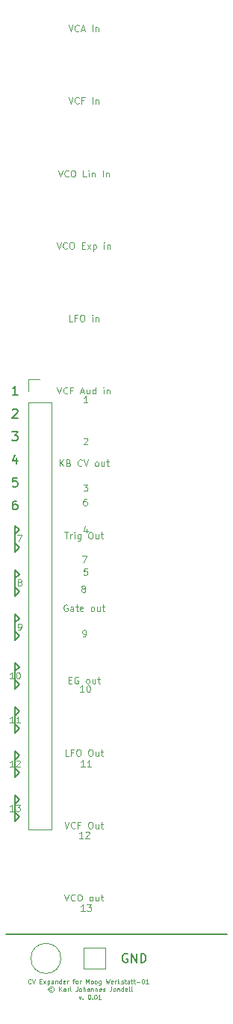
<source format=gbr>
%TF.GenerationSoftware,KiCad,Pcbnew,(5.1.6-0-10_14)*%
%TF.CreationDate,2020-09-16T10:10:36+02:00*%
%TF.ProjectId,cv_expander,63765f65-7870-4616-9e64-65722e6b6963,rev?*%
%TF.SameCoordinates,Original*%
%TF.FileFunction,Legend,Top*%
%TF.FilePolarity,Positive*%
%FSLAX46Y46*%
G04 Gerber Fmt 4.6, Leading zero omitted, Abs format (unit mm)*
G04 Created by KiCad (PCBNEW (5.1.6-0-10_14)) date 2020-09-16 10:10:36*
%MOMM*%
%LPD*%
G01*
G04 APERTURE LIST*
%ADD10C,0.150000*%
%ADD11C,0.125000*%
%ADD12C,0.120000*%
G04 APERTURE END LIST*
D10*
X132000000Y-144249991D02*
X157000000Y-144249991D01*
D11*
X140907142Y-141639285D02*
X140478571Y-141639285D01*
X140692857Y-141639285D02*
X140692857Y-140889285D01*
X140621428Y-140996428D01*
X140550000Y-141067857D01*
X140478571Y-141103571D01*
X141157142Y-140889285D02*
X141621428Y-140889285D01*
X141371428Y-141175000D01*
X141478571Y-141175000D01*
X141550000Y-141210714D01*
X141585714Y-141246428D01*
X141621428Y-141317857D01*
X141621428Y-141496428D01*
X141585714Y-141567857D01*
X141550000Y-141603571D01*
X141478571Y-141639285D01*
X141264285Y-141639285D01*
X141192857Y-141603571D01*
X141157142Y-141567857D01*
X140707142Y-133389285D02*
X140278571Y-133389285D01*
X140492857Y-133389285D02*
X140492857Y-132639285D01*
X140421428Y-132746428D01*
X140350000Y-132817857D01*
X140278571Y-132853571D01*
X140992857Y-132710714D02*
X141028571Y-132675000D01*
X141100000Y-132639285D01*
X141278571Y-132639285D01*
X141350000Y-132675000D01*
X141385714Y-132710714D01*
X141421428Y-132782142D01*
X141421428Y-132853571D01*
X141385714Y-132960714D01*
X140957142Y-133389285D01*
X141421428Y-133389285D01*
X140907142Y-125289285D02*
X140478571Y-125289285D01*
X140692857Y-125289285D02*
X140692857Y-124539285D01*
X140621428Y-124646428D01*
X140550000Y-124717857D01*
X140478571Y-124753571D01*
X141621428Y-125289285D02*
X141192857Y-125289285D01*
X141407142Y-125289285D02*
X141407142Y-124539285D01*
X141335714Y-124646428D01*
X141264285Y-124717857D01*
X141192857Y-124753571D01*
X140807142Y-116839285D02*
X140378571Y-116839285D01*
X140592857Y-116839285D02*
X140592857Y-116089285D01*
X140521428Y-116196428D01*
X140450000Y-116267857D01*
X140378571Y-116303571D01*
X141271428Y-116089285D02*
X141342857Y-116089285D01*
X141414285Y-116125000D01*
X141450000Y-116160714D01*
X141485714Y-116232142D01*
X141521428Y-116375000D01*
X141521428Y-116553571D01*
X141485714Y-116696428D01*
X141450000Y-116767857D01*
X141414285Y-116803571D01*
X141342857Y-116839285D01*
X141271428Y-116839285D01*
X141200000Y-116803571D01*
X141164285Y-116767857D01*
X141128571Y-116696428D01*
X141092857Y-116553571D01*
X141092857Y-116375000D01*
X141128571Y-116232142D01*
X141164285Y-116160714D01*
X141200000Y-116125000D01*
X141271428Y-116089285D01*
X140707142Y-110589285D02*
X140850000Y-110589285D01*
X140921428Y-110553571D01*
X140957142Y-110517857D01*
X141028571Y-110410714D01*
X141064285Y-110267857D01*
X141064285Y-109982142D01*
X141028571Y-109910714D01*
X140992857Y-109875000D01*
X140921428Y-109839285D01*
X140778571Y-109839285D01*
X140707142Y-109875000D01*
X140671428Y-109910714D01*
X140635714Y-109982142D01*
X140635714Y-110160714D01*
X140671428Y-110232142D01*
X140707142Y-110267857D01*
X140778571Y-110303571D01*
X140921428Y-110303571D01*
X140992857Y-110267857D01*
X141028571Y-110232142D01*
X141064285Y-110160714D01*
X140678571Y-105110714D02*
X140607142Y-105075000D01*
X140571428Y-105039285D01*
X140535714Y-104967857D01*
X140535714Y-104932142D01*
X140571428Y-104860714D01*
X140607142Y-104825000D01*
X140678571Y-104789285D01*
X140821428Y-104789285D01*
X140892857Y-104825000D01*
X140928571Y-104860714D01*
X140964285Y-104932142D01*
X140964285Y-104967857D01*
X140928571Y-105039285D01*
X140892857Y-105075000D01*
X140821428Y-105110714D01*
X140678571Y-105110714D01*
X140607142Y-105146428D01*
X140571428Y-105182142D01*
X140535714Y-105253571D01*
X140535714Y-105396428D01*
X140571428Y-105467857D01*
X140607142Y-105503571D01*
X140678571Y-105539285D01*
X140821428Y-105539285D01*
X140892857Y-105503571D01*
X140928571Y-105467857D01*
X140964285Y-105396428D01*
X140964285Y-105253571D01*
X140928571Y-105182142D01*
X140892857Y-105146428D01*
X140821428Y-105110714D01*
X140600000Y-101439285D02*
X141100000Y-101439285D01*
X140778571Y-102189285D01*
X141092857Y-94989285D02*
X140950000Y-94989285D01*
X140878571Y-95025000D01*
X140842857Y-95060714D01*
X140771428Y-95167857D01*
X140735714Y-95310714D01*
X140735714Y-95596428D01*
X140771428Y-95667857D01*
X140807142Y-95703571D01*
X140878571Y-95739285D01*
X141021428Y-95739285D01*
X141092857Y-95703571D01*
X141128571Y-95667857D01*
X141164285Y-95596428D01*
X141164285Y-95417857D01*
X141128571Y-95346428D01*
X141092857Y-95310714D01*
X141021428Y-95275000D01*
X140878571Y-95275000D01*
X140807142Y-95310714D01*
X140771428Y-95346428D01*
X140735714Y-95417857D01*
X141178571Y-102839285D02*
X140821428Y-102839285D01*
X140785714Y-103196428D01*
X140821428Y-103160714D01*
X140892857Y-103125000D01*
X141071428Y-103125000D01*
X141142857Y-103160714D01*
X141178571Y-103196428D01*
X141214285Y-103267857D01*
X141214285Y-103446428D01*
X141178571Y-103517857D01*
X141142857Y-103553571D01*
X141071428Y-103589285D01*
X140892857Y-103589285D01*
X140821428Y-103553571D01*
X140785714Y-103517857D01*
X141142857Y-98339285D02*
X141142857Y-98839285D01*
X140964285Y-98053571D02*
X140785714Y-98589285D01*
X141250000Y-98589285D01*
X140750000Y-93339285D02*
X141214285Y-93339285D01*
X140964285Y-93625000D01*
X141071428Y-93625000D01*
X141142857Y-93660714D01*
X141178571Y-93696428D01*
X141214285Y-93767857D01*
X141214285Y-93946428D01*
X141178571Y-94017857D01*
X141142857Y-94053571D01*
X141071428Y-94089285D01*
X140857142Y-94089285D01*
X140785714Y-94053571D01*
X140750000Y-94017857D01*
X140785714Y-88160714D02*
X140821428Y-88125000D01*
X140892857Y-88089285D01*
X141071428Y-88089285D01*
X141142857Y-88125000D01*
X141178571Y-88160714D01*
X141214285Y-88232142D01*
X141214285Y-88303571D01*
X141178571Y-88410714D01*
X140750000Y-88839285D01*
X141214285Y-88839285D01*
X141214285Y-84089285D02*
X140785714Y-84089285D01*
X141000000Y-84089285D02*
X141000000Y-83339285D01*
X140928571Y-83446428D01*
X140857142Y-83517857D01*
X140785714Y-83553571D01*
X132857142Y-130339285D02*
X132428571Y-130339285D01*
X132642857Y-130339285D02*
X132642857Y-129589285D01*
X132571428Y-129696428D01*
X132500000Y-129767857D01*
X132428571Y-129803571D01*
X133107142Y-129589285D02*
X133571428Y-129589285D01*
X133321428Y-129875000D01*
X133428571Y-129875000D01*
X133500000Y-129910714D01*
X133535714Y-129946428D01*
X133571428Y-130017857D01*
X133571428Y-130196428D01*
X133535714Y-130267857D01*
X133500000Y-130303571D01*
X133428571Y-130339285D01*
X133214285Y-130339285D01*
X133142857Y-130303571D01*
X133107142Y-130267857D01*
X132857142Y-125339285D02*
X132428571Y-125339285D01*
X132642857Y-125339285D02*
X132642857Y-124589285D01*
X132571428Y-124696428D01*
X132500000Y-124767857D01*
X132428571Y-124803571D01*
X133142857Y-124660714D02*
X133178571Y-124625000D01*
X133250000Y-124589285D01*
X133428571Y-124589285D01*
X133500000Y-124625000D01*
X133535714Y-124660714D01*
X133571428Y-124732142D01*
X133571428Y-124803571D01*
X133535714Y-124910714D01*
X133107142Y-125339285D01*
X133571428Y-125339285D01*
X132857142Y-120339285D02*
X132428571Y-120339285D01*
X132642857Y-120339285D02*
X132642857Y-119589285D01*
X132571428Y-119696428D01*
X132500000Y-119767857D01*
X132428571Y-119803571D01*
X133571428Y-120339285D02*
X133142857Y-120339285D01*
X133357142Y-120339285D02*
X133357142Y-119589285D01*
X133285714Y-119696428D01*
X133214285Y-119767857D01*
X133142857Y-119803571D01*
X132857142Y-115339285D02*
X132428571Y-115339285D01*
X132642857Y-115339285D02*
X132642857Y-114589285D01*
X132571428Y-114696428D01*
X132500000Y-114767857D01*
X132428571Y-114803571D01*
X133321428Y-114589285D02*
X133392857Y-114589285D01*
X133464285Y-114625000D01*
X133500000Y-114660714D01*
X133535714Y-114732142D01*
X133571428Y-114875000D01*
X133571428Y-115053571D01*
X133535714Y-115196428D01*
X133500000Y-115267857D01*
X133464285Y-115303571D01*
X133392857Y-115339285D01*
X133321428Y-115339285D01*
X133250000Y-115303571D01*
X133214285Y-115267857D01*
X133178571Y-115196428D01*
X133142857Y-115053571D01*
X133142857Y-114875000D01*
X133178571Y-114732142D01*
X133214285Y-114660714D01*
X133250000Y-114625000D01*
X133321428Y-114589285D01*
X133357142Y-109839285D02*
X133500000Y-109839285D01*
X133571428Y-109803571D01*
X133607142Y-109767857D01*
X133678571Y-109660714D01*
X133714285Y-109517857D01*
X133714285Y-109232142D01*
X133678571Y-109160714D01*
X133642857Y-109125000D01*
X133571428Y-109089285D01*
X133428571Y-109089285D01*
X133357142Y-109125000D01*
X133321428Y-109160714D01*
X133285714Y-109232142D01*
X133285714Y-109410714D01*
X133321428Y-109482142D01*
X133357142Y-109517857D01*
X133428571Y-109553571D01*
X133571428Y-109553571D01*
X133642857Y-109517857D01*
X133678571Y-109482142D01*
X133714285Y-109410714D01*
X133428571Y-104410714D02*
X133357142Y-104375000D01*
X133321428Y-104339285D01*
X133285714Y-104267857D01*
X133285714Y-104232142D01*
X133321428Y-104160714D01*
X133357142Y-104125000D01*
X133428571Y-104089285D01*
X133571428Y-104089285D01*
X133642857Y-104125000D01*
X133678571Y-104160714D01*
X133714285Y-104232142D01*
X133714285Y-104267857D01*
X133678571Y-104339285D01*
X133642857Y-104375000D01*
X133571428Y-104410714D01*
X133428571Y-104410714D01*
X133357142Y-104446428D01*
X133321428Y-104482142D01*
X133285714Y-104553571D01*
X133285714Y-104696428D01*
X133321428Y-104767857D01*
X133357142Y-104803571D01*
X133428571Y-104839285D01*
X133571428Y-104839285D01*
X133642857Y-104803571D01*
X133678571Y-104767857D01*
X133714285Y-104696428D01*
X133714285Y-104553571D01*
X133678571Y-104482142D01*
X133642857Y-104446428D01*
X133571428Y-104410714D01*
X133250000Y-99089285D02*
X133750000Y-99089285D01*
X133428571Y-99839285D01*
D10*
X133190476Y-95202380D02*
X133000000Y-95202380D01*
X132904761Y-95250000D01*
X132857142Y-95297619D01*
X132761904Y-95440476D01*
X132714285Y-95630952D01*
X132714285Y-96011904D01*
X132761904Y-96107142D01*
X132809523Y-96154761D01*
X132904761Y-96202380D01*
X133095238Y-96202380D01*
X133190476Y-96154761D01*
X133238095Y-96107142D01*
X133285714Y-96011904D01*
X133285714Y-95773809D01*
X133238095Y-95678571D01*
X133190476Y-95630952D01*
X133095238Y-95583333D01*
X132904761Y-95583333D01*
X132809523Y-95630952D01*
X132761904Y-95678571D01*
X132714285Y-95773809D01*
X133238095Y-92602380D02*
X132761904Y-92602380D01*
X132714285Y-93078571D01*
X132761904Y-93030952D01*
X132857142Y-92983333D01*
X133095238Y-92983333D01*
X133190476Y-93030952D01*
X133238095Y-93078571D01*
X133285714Y-93173809D01*
X133285714Y-93411904D01*
X133238095Y-93507142D01*
X133190476Y-93554761D01*
X133095238Y-93602380D01*
X132857142Y-93602380D01*
X132761904Y-93554761D01*
X132714285Y-93507142D01*
X133190476Y-90335714D02*
X133190476Y-91002380D01*
X132952380Y-89954761D02*
X132714285Y-90669047D01*
X133333333Y-90669047D01*
X132666666Y-87402380D02*
X133285714Y-87402380D01*
X132952380Y-87783333D01*
X133095238Y-87783333D01*
X133190476Y-87830952D01*
X133238095Y-87878571D01*
X133285714Y-87973809D01*
X133285714Y-88211904D01*
X133238095Y-88307142D01*
X133190476Y-88354761D01*
X133095238Y-88402380D01*
X132809523Y-88402380D01*
X132714285Y-88354761D01*
X132666666Y-88307142D01*
X132714285Y-84897619D02*
X132761904Y-84850000D01*
X132857142Y-84802380D01*
X133095238Y-84802380D01*
X133190476Y-84850000D01*
X133238095Y-84897619D01*
X133285714Y-84992857D01*
X133285714Y-85088095D01*
X133238095Y-85230952D01*
X132666666Y-85802380D01*
X133285714Y-85802380D01*
X133285714Y-83202380D02*
X132714285Y-83202380D01*
X133000000Y-83202380D02*
X133000000Y-82202380D01*
X132904761Y-82345238D01*
X132809523Y-82440476D01*
X132714285Y-82488095D01*
X133000000Y-99000000D02*
X133500000Y-98500000D01*
X133000000Y-100000000D02*
X133500000Y-100500000D01*
X133000000Y-101000000D02*
X133500000Y-100500000D01*
X133000000Y-101000000D02*
X133000000Y-98000000D01*
X133000000Y-98000000D02*
X133500000Y-98500000D01*
X133000000Y-104000000D02*
X133500000Y-103500000D01*
X133000000Y-105000000D02*
X133500000Y-105500000D01*
X133000000Y-106000000D02*
X133500000Y-105500000D01*
X133000000Y-106000000D02*
X133000000Y-103000000D01*
X133000000Y-103000000D02*
X133500000Y-103500000D01*
X133000000Y-109000000D02*
X133500000Y-108500000D01*
X133000000Y-110000000D02*
X133500000Y-110500000D01*
X133000000Y-111000000D02*
X133500000Y-110500000D01*
X133000000Y-111000000D02*
X133000000Y-108000000D01*
X133000000Y-108000000D02*
X133500000Y-108500000D01*
X133000000Y-114500000D02*
X133500000Y-114000000D01*
X133000000Y-115500000D02*
X133500000Y-116000000D01*
X133000000Y-116500000D02*
X133500000Y-116000000D01*
X133000000Y-116500000D02*
X133000000Y-113500000D01*
X133000000Y-113500000D02*
X133500000Y-114000000D01*
X133000000Y-119500000D02*
X133500000Y-119000000D01*
X133000000Y-120500000D02*
X133500000Y-121000000D01*
X133000000Y-121500000D02*
X133500000Y-121000000D01*
X133000000Y-121500000D02*
X133000000Y-118500000D01*
X133000000Y-118500000D02*
X133500000Y-119000000D01*
X133000000Y-124500000D02*
X133500000Y-124000000D01*
X133000000Y-125500000D02*
X133500000Y-126000000D01*
X133000000Y-126500000D02*
X133500000Y-126000000D01*
X133000000Y-126500000D02*
X133000000Y-123500000D01*
X133000000Y-123500000D02*
X133500000Y-124000000D01*
X133000000Y-130500000D02*
X133500000Y-131000000D01*
X133000000Y-131500000D02*
X133500000Y-131000000D01*
X133000000Y-129500000D02*
X133500000Y-129000000D01*
X133000000Y-128500000D02*
X133500000Y-129000000D01*
X133000000Y-131500000D02*
X133000000Y-128500000D01*
D11*
X134797619Y-149803571D02*
X134773809Y-149827380D01*
X134702380Y-149851190D01*
X134654761Y-149851190D01*
X134583333Y-149827380D01*
X134535714Y-149779761D01*
X134511904Y-149732142D01*
X134488095Y-149636904D01*
X134488095Y-149565476D01*
X134511904Y-149470238D01*
X134535714Y-149422619D01*
X134583333Y-149375000D01*
X134654761Y-149351190D01*
X134702380Y-149351190D01*
X134773809Y-149375000D01*
X134797619Y-149398809D01*
X134940476Y-149351190D02*
X135107142Y-149851190D01*
X135273809Y-149351190D01*
X135821428Y-149589285D02*
X135988095Y-149589285D01*
X136059523Y-149851190D02*
X135821428Y-149851190D01*
X135821428Y-149351190D01*
X136059523Y-149351190D01*
X136226190Y-149851190D02*
X136488095Y-149517857D01*
X136226190Y-149517857D02*
X136488095Y-149851190D01*
X136678571Y-149517857D02*
X136678571Y-150017857D01*
X136678571Y-149541666D02*
X136726190Y-149517857D01*
X136821428Y-149517857D01*
X136869047Y-149541666D01*
X136892857Y-149565476D01*
X136916666Y-149613095D01*
X136916666Y-149755952D01*
X136892857Y-149803571D01*
X136869047Y-149827380D01*
X136821428Y-149851190D01*
X136726190Y-149851190D01*
X136678571Y-149827380D01*
X137345238Y-149851190D02*
X137345238Y-149589285D01*
X137321428Y-149541666D01*
X137273809Y-149517857D01*
X137178571Y-149517857D01*
X137130952Y-149541666D01*
X137345238Y-149827380D02*
X137297619Y-149851190D01*
X137178571Y-149851190D01*
X137130952Y-149827380D01*
X137107142Y-149779761D01*
X137107142Y-149732142D01*
X137130952Y-149684523D01*
X137178571Y-149660714D01*
X137297619Y-149660714D01*
X137345238Y-149636904D01*
X137583333Y-149517857D02*
X137583333Y-149851190D01*
X137583333Y-149565476D02*
X137607142Y-149541666D01*
X137654761Y-149517857D01*
X137726190Y-149517857D01*
X137773809Y-149541666D01*
X137797619Y-149589285D01*
X137797619Y-149851190D01*
X138250000Y-149851190D02*
X138250000Y-149351190D01*
X138250000Y-149827380D02*
X138202380Y-149851190D01*
X138107142Y-149851190D01*
X138059523Y-149827380D01*
X138035714Y-149803571D01*
X138011904Y-149755952D01*
X138011904Y-149613095D01*
X138035714Y-149565476D01*
X138059523Y-149541666D01*
X138107142Y-149517857D01*
X138202380Y-149517857D01*
X138250000Y-149541666D01*
X138678571Y-149827380D02*
X138630952Y-149851190D01*
X138535714Y-149851190D01*
X138488095Y-149827380D01*
X138464285Y-149779761D01*
X138464285Y-149589285D01*
X138488095Y-149541666D01*
X138535714Y-149517857D01*
X138630952Y-149517857D01*
X138678571Y-149541666D01*
X138702380Y-149589285D01*
X138702380Y-149636904D01*
X138464285Y-149684523D01*
X138916666Y-149851190D02*
X138916666Y-149517857D01*
X138916666Y-149613095D02*
X138940476Y-149565476D01*
X138964285Y-149541666D01*
X139011904Y-149517857D01*
X139059523Y-149517857D01*
X139535714Y-149517857D02*
X139726190Y-149517857D01*
X139607142Y-149851190D02*
X139607142Y-149422619D01*
X139630952Y-149375000D01*
X139678571Y-149351190D01*
X139726190Y-149351190D01*
X139964285Y-149851190D02*
X139916666Y-149827380D01*
X139892857Y-149803571D01*
X139869047Y-149755952D01*
X139869047Y-149613095D01*
X139892857Y-149565476D01*
X139916666Y-149541666D01*
X139964285Y-149517857D01*
X140035714Y-149517857D01*
X140083333Y-149541666D01*
X140107142Y-149565476D01*
X140130952Y-149613095D01*
X140130952Y-149755952D01*
X140107142Y-149803571D01*
X140083333Y-149827380D01*
X140035714Y-149851190D01*
X139964285Y-149851190D01*
X140345238Y-149851190D02*
X140345238Y-149517857D01*
X140345238Y-149613095D02*
X140369047Y-149565476D01*
X140392857Y-149541666D01*
X140440476Y-149517857D01*
X140488095Y-149517857D01*
X141035714Y-149851190D02*
X141035714Y-149351190D01*
X141202380Y-149708333D01*
X141369047Y-149351190D01*
X141369047Y-149851190D01*
X141678571Y-149851190D02*
X141630952Y-149827380D01*
X141607142Y-149803571D01*
X141583333Y-149755952D01*
X141583333Y-149613095D01*
X141607142Y-149565476D01*
X141630952Y-149541666D01*
X141678571Y-149517857D01*
X141750000Y-149517857D01*
X141797619Y-149541666D01*
X141821428Y-149565476D01*
X141845238Y-149613095D01*
X141845238Y-149755952D01*
X141821428Y-149803571D01*
X141797619Y-149827380D01*
X141750000Y-149851190D01*
X141678571Y-149851190D01*
X142130952Y-149851190D02*
X142083333Y-149827380D01*
X142059523Y-149803571D01*
X142035714Y-149755952D01*
X142035714Y-149613095D01*
X142059523Y-149565476D01*
X142083333Y-149541666D01*
X142130952Y-149517857D01*
X142202380Y-149517857D01*
X142250000Y-149541666D01*
X142273809Y-149565476D01*
X142297619Y-149613095D01*
X142297619Y-149755952D01*
X142273809Y-149803571D01*
X142250000Y-149827380D01*
X142202380Y-149851190D01*
X142130952Y-149851190D01*
X142726190Y-149517857D02*
X142726190Y-149922619D01*
X142702380Y-149970238D01*
X142678571Y-149994047D01*
X142630952Y-150017857D01*
X142559523Y-150017857D01*
X142511904Y-149994047D01*
X142726190Y-149827380D02*
X142678571Y-149851190D01*
X142583333Y-149851190D01*
X142535714Y-149827380D01*
X142511904Y-149803571D01*
X142488095Y-149755952D01*
X142488095Y-149613095D01*
X142511904Y-149565476D01*
X142535714Y-149541666D01*
X142583333Y-149517857D01*
X142678571Y-149517857D01*
X142726190Y-149541666D01*
X143297619Y-149351190D02*
X143416666Y-149851190D01*
X143511904Y-149494047D01*
X143607142Y-149851190D01*
X143726190Y-149351190D01*
X144107142Y-149827380D02*
X144059523Y-149851190D01*
X143964285Y-149851190D01*
X143916666Y-149827380D01*
X143892857Y-149779761D01*
X143892857Y-149589285D01*
X143916666Y-149541666D01*
X143964285Y-149517857D01*
X144059523Y-149517857D01*
X144107142Y-149541666D01*
X144130952Y-149589285D01*
X144130952Y-149636904D01*
X143892857Y-149684523D01*
X144345238Y-149851190D02*
X144345238Y-149517857D01*
X144345238Y-149613095D02*
X144369047Y-149565476D01*
X144392857Y-149541666D01*
X144440476Y-149517857D01*
X144488095Y-149517857D01*
X144654761Y-149851190D02*
X144654761Y-149351190D01*
X144702380Y-149660714D02*
X144845238Y-149851190D01*
X144845238Y-149517857D02*
X144654761Y-149708333D01*
X145035714Y-149827380D02*
X145083333Y-149851190D01*
X145178571Y-149851190D01*
X145226190Y-149827380D01*
X145250000Y-149779761D01*
X145250000Y-149755952D01*
X145226190Y-149708333D01*
X145178571Y-149684523D01*
X145107142Y-149684523D01*
X145059523Y-149660714D01*
X145035714Y-149613095D01*
X145035714Y-149589285D01*
X145059523Y-149541666D01*
X145107142Y-149517857D01*
X145178571Y-149517857D01*
X145226190Y-149541666D01*
X145392857Y-149517857D02*
X145583333Y-149517857D01*
X145464285Y-149351190D02*
X145464285Y-149779761D01*
X145488095Y-149827380D01*
X145535714Y-149851190D01*
X145583333Y-149851190D01*
X145964285Y-149851190D02*
X145964285Y-149589285D01*
X145940476Y-149541666D01*
X145892857Y-149517857D01*
X145797619Y-149517857D01*
X145750000Y-149541666D01*
X145964285Y-149827380D02*
X145916666Y-149851190D01*
X145797619Y-149851190D01*
X145750000Y-149827380D01*
X145726190Y-149779761D01*
X145726190Y-149732142D01*
X145750000Y-149684523D01*
X145797619Y-149660714D01*
X145916666Y-149660714D01*
X145964285Y-149636904D01*
X146130952Y-149517857D02*
X146321428Y-149517857D01*
X146202380Y-149351190D02*
X146202380Y-149779761D01*
X146226190Y-149827380D01*
X146273809Y-149851190D01*
X146321428Y-149851190D01*
X146416666Y-149517857D02*
X146607142Y-149517857D01*
X146488095Y-149351190D02*
X146488095Y-149779761D01*
X146511904Y-149827380D01*
X146559523Y-149851190D01*
X146607142Y-149851190D01*
X146773809Y-149660714D02*
X147154761Y-149660714D01*
X147488095Y-149351190D02*
X147535714Y-149351190D01*
X147583333Y-149375000D01*
X147607142Y-149398809D01*
X147630952Y-149446428D01*
X147654761Y-149541666D01*
X147654761Y-149660714D01*
X147630952Y-149755952D01*
X147607142Y-149803571D01*
X147583333Y-149827380D01*
X147535714Y-149851190D01*
X147488095Y-149851190D01*
X147440476Y-149827380D01*
X147416666Y-149803571D01*
X147392857Y-149755952D01*
X147369047Y-149660714D01*
X147369047Y-149541666D01*
X147392857Y-149446428D01*
X147416666Y-149398809D01*
X147440476Y-149375000D01*
X147488095Y-149351190D01*
X148130952Y-149851190D02*
X147845238Y-149851190D01*
X147988095Y-149851190D02*
X147988095Y-149351190D01*
X147940476Y-149422619D01*
X147892857Y-149470238D01*
X147845238Y-149494047D01*
X137178571Y-150345238D02*
X137130952Y-150321428D01*
X137035714Y-150321428D01*
X136988095Y-150345238D01*
X136940476Y-150392857D01*
X136916666Y-150440476D01*
X136916666Y-150535714D01*
X136940476Y-150583333D01*
X136988095Y-150630952D01*
X137035714Y-150654761D01*
X137130952Y-150654761D01*
X137178571Y-150630952D01*
X137083333Y-150154761D02*
X136964285Y-150178571D01*
X136845238Y-150250000D01*
X136773809Y-150369047D01*
X136750000Y-150488095D01*
X136773809Y-150607142D01*
X136845238Y-150726190D01*
X136964285Y-150797619D01*
X137083333Y-150821428D01*
X137202380Y-150797619D01*
X137321428Y-150726190D01*
X137392857Y-150607142D01*
X137416666Y-150488095D01*
X137392857Y-150369047D01*
X137321428Y-150250000D01*
X137202380Y-150178571D01*
X137083333Y-150154761D01*
X138011904Y-150726190D02*
X138011904Y-150226190D01*
X138297619Y-150726190D02*
X138083333Y-150440476D01*
X138297619Y-150226190D02*
X138011904Y-150511904D01*
X138726190Y-150726190D02*
X138726190Y-150464285D01*
X138702380Y-150416666D01*
X138654761Y-150392857D01*
X138559523Y-150392857D01*
X138511904Y-150416666D01*
X138726190Y-150702380D02*
X138678571Y-150726190D01*
X138559523Y-150726190D01*
X138511904Y-150702380D01*
X138488095Y-150654761D01*
X138488095Y-150607142D01*
X138511904Y-150559523D01*
X138559523Y-150535714D01*
X138678571Y-150535714D01*
X138726190Y-150511904D01*
X138964285Y-150726190D02*
X138964285Y-150392857D01*
X138964285Y-150488095D02*
X138988095Y-150440476D01*
X139011904Y-150416666D01*
X139059523Y-150392857D01*
X139107142Y-150392857D01*
X139345238Y-150726190D02*
X139297619Y-150702380D01*
X139273809Y-150654761D01*
X139273809Y-150226190D01*
X140059523Y-150226190D02*
X140059523Y-150583333D01*
X140035714Y-150654761D01*
X139988095Y-150702380D01*
X139916666Y-150726190D01*
X139869047Y-150726190D01*
X140369047Y-150726190D02*
X140321428Y-150702380D01*
X140297619Y-150678571D01*
X140273809Y-150630952D01*
X140273809Y-150488095D01*
X140297619Y-150440476D01*
X140321428Y-150416666D01*
X140369047Y-150392857D01*
X140440476Y-150392857D01*
X140488095Y-150416666D01*
X140511904Y-150440476D01*
X140535714Y-150488095D01*
X140535714Y-150630952D01*
X140511904Y-150678571D01*
X140488095Y-150702380D01*
X140440476Y-150726190D01*
X140369047Y-150726190D01*
X140750000Y-150726190D02*
X140750000Y-150226190D01*
X140964285Y-150726190D02*
X140964285Y-150464285D01*
X140940476Y-150416666D01*
X140892857Y-150392857D01*
X140821428Y-150392857D01*
X140773809Y-150416666D01*
X140750000Y-150440476D01*
X141416666Y-150726190D02*
X141416666Y-150464285D01*
X141392857Y-150416666D01*
X141345238Y-150392857D01*
X141250000Y-150392857D01*
X141202380Y-150416666D01*
X141416666Y-150702380D02*
X141369047Y-150726190D01*
X141250000Y-150726190D01*
X141202380Y-150702380D01*
X141178571Y-150654761D01*
X141178571Y-150607142D01*
X141202380Y-150559523D01*
X141250000Y-150535714D01*
X141369047Y-150535714D01*
X141416666Y-150511904D01*
X141654761Y-150392857D02*
X141654761Y-150726190D01*
X141654761Y-150440476D02*
X141678571Y-150416666D01*
X141726190Y-150392857D01*
X141797619Y-150392857D01*
X141845238Y-150416666D01*
X141869047Y-150464285D01*
X141869047Y-150726190D01*
X142107142Y-150392857D02*
X142107142Y-150726190D01*
X142107142Y-150440476D02*
X142130952Y-150416666D01*
X142178571Y-150392857D01*
X142250000Y-150392857D01*
X142297619Y-150416666D01*
X142321428Y-150464285D01*
X142321428Y-150726190D01*
X142750000Y-150702380D02*
X142702380Y-150726190D01*
X142607142Y-150726190D01*
X142559523Y-150702380D01*
X142535714Y-150654761D01*
X142535714Y-150464285D01*
X142559523Y-150416666D01*
X142607142Y-150392857D01*
X142702380Y-150392857D01*
X142750000Y-150416666D01*
X142773809Y-150464285D01*
X142773809Y-150511904D01*
X142535714Y-150559523D01*
X142964285Y-150702380D02*
X143011904Y-150726190D01*
X143107142Y-150726190D01*
X143154761Y-150702380D01*
X143178571Y-150654761D01*
X143178571Y-150630952D01*
X143154761Y-150583333D01*
X143107142Y-150559523D01*
X143035714Y-150559523D01*
X142988095Y-150535714D01*
X142964285Y-150488095D01*
X142964285Y-150464285D01*
X142988095Y-150416666D01*
X143035714Y-150392857D01*
X143107142Y-150392857D01*
X143154761Y-150416666D01*
X143916666Y-150226190D02*
X143916666Y-150583333D01*
X143892857Y-150654761D01*
X143845238Y-150702380D01*
X143773809Y-150726190D01*
X143726190Y-150726190D01*
X144226190Y-150726190D02*
X144178571Y-150702380D01*
X144154761Y-150678571D01*
X144130952Y-150630952D01*
X144130952Y-150488095D01*
X144154761Y-150440476D01*
X144178571Y-150416666D01*
X144226190Y-150392857D01*
X144297619Y-150392857D01*
X144345238Y-150416666D01*
X144369047Y-150440476D01*
X144392857Y-150488095D01*
X144392857Y-150630952D01*
X144369047Y-150678571D01*
X144345238Y-150702380D01*
X144297619Y-150726190D01*
X144226190Y-150726190D01*
X144607142Y-150392857D02*
X144607142Y-150726190D01*
X144607142Y-150440476D02*
X144630952Y-150416666D01*
X144678571Y-150392857D01*
X144750000Y-150392857D01*
X144797619Y-150416666D01*
X144821428Y-150464285D01*
X144821428Y-150726190D01*
X145273809Y-150726190D02*
X145273809Y-150226190D01*
X145273809Y-150702380D02*
X145226190Y-150726190D01*
X145130952Y-150726190D01*
X145083333Y-150702380D01*
X145059523Y-150678571D01*
X145035714Y-150630952D01*
X145035714Y-150488095D01*
X145059523Y-150440476D01*
X145083333Y-150416666D01*
X145130952Y-150392857D01*
X145226190Y-150392857D01*
X145273809Y-150416666D01*
X145702380Y-150702380D02*
X145654761Y-150726190D01*
X145559523Y-150726190D01*
X145511904Y-150702380D01*
X145488095Y-150654761D01*
X145488095Y-150464285D01*
X145511904Y-150416666D01*
X145559523Y-150392857D01*
X145654761Y-150392857D01*
X145702380Y-150416666D01*
X145726190Y-150464285D01*
X145726190Y-150511904D01*
X145488095Y-150559523D01*
X146011904Y-150726190D02*
X145964285Y-150702380D01*
X145940476Y-150654761D01*
X145940476Y-150226190D01*
X146273809Y-150726190D02*
X146226190Y-150702380D01*
X146202380Y-150654761D01*
X146202380Y-150226190D01*
X140238095Y-151267857D02*
X140357142Y-151601190D01*
X140476190Y-151267857D01*
X140666666Y-151553571D02*
X140690476Y-151577380D01*
X140666666Y-151601190D01*
X140642857Y-151577380D01*
X140666666Y-151553571D01*
X140666666Y-151601190D01*
X141380952Y-151101190D02*
X141428571Y-151101190D01*
X141476190Y-151125000D01*
X141500000Y-151148809D01*
X141523809Y-151196428D01*
X141547619Y-151291666D01*
X141547619Y-151410714D01*
X141523809Y-151505952D01*
X141500000Y-151553571D01*
X141476190Y-151577380D01*
X141428571Y-151601190D01*
X141380952Y-151601190D01*
X141333333Y-151577380D01*
X141309523Y-151553571D01*
X141285714Y-151505952D01*
X141261904Y-151410714D01*
X141261904Y-151291666D01*
X141285714Y-151196428D01*
X141309523Y-151148809D01*
X141333333Y-151125000D01*
X141380952Y-151101190D01*
X141761904Y-151553571D02*
X141785714Y-151577380D01*
X141761904Y-151601190D01*
X141738095Y-151577380D01*
X141761904Y-151553571D01*
X141761904Y-151601190D01*
X142095238Y-151101190D02*
X142142857Y-151101190D01*
X142190476Y-151125000D01*
X142214285Y-151148809D01*
X142238095Y-151196428D01*
X142261904Y-151291666D01*
X142261904Y-151410714D01*
X142238095Y-151505952D01*
X142214285Y-151553571D01*
X142190476Y-151577380D01*
X142142857Y-151601190D01*
X142095238Y-151601190D01*
X142047619Y-151577380D01*
X142023809Y-151553571D01*
X142000000Y-151505952D01*
X141976190Y-151410714D01*
X141976190Y-151291666D01*
X142000000Y-151196428D01*
X142023809Y-151148809D01*
X142047619Y-151125000D01*
X142095238Y-151101190D01*
X142738095Y-151601190D02*
X142452380Y-151601190D01*
X142595238Y-151601190D02*
X142595238Y-151101190D01*
X142547619Y-151172619D01*
X142500000Y-151220238D01*
X142452380Y-151244047D01*
D12*
%TO.C,J1*%
X134482000Y-132394000D02*
X137142000Y-132394000D01*
X134482000Y-84074000D02*
X134482000Y-132394000D01*
X137142000Y-84074000D02*
X137142000Y-132394000D01*
X134482000Y-84074000D02*
X137142000Y-84074000D01*
X134482000Y-82804000D02*
X134482000Y-81474000D01*
X134482000Y-81474000D02*
X135812000Y-81474000D01*
%TO.C,TP2*%
X140800000Y-145800000D02*
X143200000Y-145800000D01*
X143200000Y-145800000D02*
X143200000Y-148200000D01*
X143200000Y-148200000D02*
X140800000Y-148200000D01*
X140800000Y-148200000D02*
X140800000Y-145800000D01*
%TO.C,GND*%
X138200000Y-147000000D02*
G75*
G03*
X138200000Y-147000000I-1700000J0D01*
G01*
%TO.C,J10*%
X138942857Y-106974992D02*
X138871428Y-106939277D01*
X138764285Y-106939277D01*
X138657142Y-106974992D01*
X138585714Y-107046420D01*
X138550000Y-107117849D01*
X138514285Y-107260706D01*
X138514285Y-107367849D01*
X138550000Y-107510706D01*
X138585714Y-107582134D01*
X138657142Y-107653563D01*
X138764285Y-107689277D01*
X138835714Y-107689277D01*
X138942857Y-107653563D01*
X138978571Y-107617849D01*
X138978571Y-107367849D01*
X138835714Y-107367849D01*
X139621428Y-107689277D02*
X139621428Y-107296420D01*
X139585714Y-107224992D01*
X139514285Y-107189277D01*
X139371428Y-107189277D01*
X139300000Y-107224992D01*
X139621428Y-107653563D02*
X139550000Y-107689277D01*
X139371428Y-107689277D01*
X139300000Y-107653563D01*
X139264285Y-107582134D01*
X139264285Y-107510706D01*
X139300000Y-107439277D01*
X139371428Y-107403563D01*
X139550000Y-107403563D01*
X139621428Y-107367849D01*
X139871428Y-107189277D02*
X140157142Y-107189277D01*
X139978571Y-106939277D02*
X139978571Y-107582134D01*
X140014285Y-107653563D01*
X140085714Y-107689277D01*
X140157142Y-107689277D01*
X140692857Y-107653563D02*
X140621428Y-107689277D01*
X140478571Y-107689277D01*
X140407142Y-107653563D01*
X140371428Y-107582134D01*
X140371428Y-107296420D01*
X140407142Y-107224992D01*
X140478571Y-107189277D01*
X140621428Y-107189277D01*
X140692857Y-107224992D01*
X140728571Y-107296420D01*
X140728571Y-107367849D01*
X140371428Y-107439277D01*
X141728571Y-107689277D02*
X141657142Y-107653563D01*
X141621428Y-107617849D01*
X141585714Y-107546420D01*
X141585714Y-107332134D01*
X141621428Y-107260706D01*
X141657142Y-107224992D01*
X141728571Y-107189277D01*
X141835714Y-107189277D01*
X141907142Y-107224992D01*
X141942857Y-107260706D01*
X141978571Y-107332134D01*
X141978571Y-107546420D01*
X141942857Y-107617849D01*
X141907142Y-107653563D01*
X141835714Y-107689277D01*
X141728571Y-107689277D01*
X142621428Y-107189277D02*
X142621428Y-107689277D01*
X142300000Y-107189277D02*
X142300000Y-107582134D01*
X142335714Y-107653563D01*
X142407142Y-107689277D01*
X142514285Y-107689277D01*
X142585714Y-107653563D01*
X142621428Y-107617849D01*
X142871428Y-107189277D02*
X143157142Y-107189277D01*
X142978571Y-106939277D02*
X142978571Y-107582134D01*
X143014285Y-107653563D01*
X143085714Y-107689277D01*
X143157142Y-107689277D01*
%TO.C,J7*%
X137764285Y-82339280D02*
X138014285Y-83089280D01*
X138264285Y-82339280D01*
X138942857Y-83017852D02*
X138907142Y-83053566D01*
X138800000Y-83089280D01*
X138728571Y-83089280D01*
X138621428Y-83053566D01*
X138550000Y-82982137D01*
X138514285Y-82910709D01*
X138478571Y-82767852D01*
X138478571Y-82660709D01*
X138514285Y-82517852D01*
X138550000Y-82446423D01*
X138621428Y-82374995D01*
X138728571Y-82339280D01*
X138800000Y-82339280D01*
X138907142Y-82374995D01*
X138942857Y-82410709D01*
X139514285Y-82696423D02*
X139264285Y-82696423D01*
X139264285Y-83089280D02*
X139264285Y-82339280D01*
X139621428Y-82339280D01*
X140442857Y-82874995D02*
X140800000Y-82874995D01*
X140371428Y-83089280D02*
X140621428Y-82339280D01*
X140871428Y-83089280D01*
X141442857Y-82589280D02*
X141442857Y-83089280D01*
X141121428Y-82589280D02*
X141121428Y-82982137D01*
X141157142Y-83053566D01*
X141228571Y-83089280D01*
X141335714Y-83089280D01*
X141407142Y-83053566D01*
X141442857Y-83017852D01*
X142121428Y-83089280D02*
X142121428Y-82339280D01*
X142121428Y-83053566D02*
X142050000Y-83089280D01*
X141907142Y-83089280D01*
X141835714Y-83053566D01*
X141800000Y-83017852D01*
X141764285Y-82946423D01*
X141764285Y-82732137D01*
X141800000Y-82660709D01*
X141835714Y-82624995D01*
X141907142Y-82589280D01*
X142050000Y-82589280D01*
X142121428Y-82624995D01*
X143050000Y-83089280D02*
X143050000Y-82589280D01*
X143050000Y-82339280D02*
X143014285Y-82374995D01*
X143050000Y-82410709D01*
X143085714Y-82374995D01*
X143050000Y-82339280D01*
X143050000Y-82410709D01*
X143407142Y-82589280D02*
X143407142Y-83089280D01*
X143407142Y-82660709D02*
X143442857Y-82624995D01*
X143514285Y-82589280D01*
X143621428Y-82589280D01*
X143692857Y-82624995D01*
X143728571Y-82696423D01*
X143728571Y-83089280D01*
%TO.C,J6*%
X139514285Y-74889281D02*
X139157142Y-74889281D01*
X139157142Y-74139281D01*
X140014285Y-74496424D02*
X139764285Y-74496424D01*
X139764285Y-74889281D02*
X139764285Y-74139281D01*
X140121428Y-74139281D01*
X140550000Y-74139281D02*
X140692857Y-74139281D01*
X140764285Y-74174996D01*
X140835714Y-74246424D01*
X140871428Y-74389281D01*
X140871428Y-74639281D01*
X140835714Y-74782138D01*
X140764285Y-74853567D01*
X140692857Y-74889281D01*
X140550000Y-74889281D01*
X140478571Y-74853567D01*
X140407142Y-74782138D01*
X140371428Y-74639281D01*
X140371428Y-74389281D01*
X140407142Y-74246424D01*
X140478571Y-74174996D01*
X140550000Y-74139281D01*
X141764285Y-74889281D02*
X141764285Y-74389281D01*
X141764285Y-74139281D02*
X141728571Y-74174996D01*
X141764285Y-74210710D01*
X141800000Y-74174996D01*
X141764285Y-74139281D01*
X141764285Y-74210710D01*
X142121428Y-74389281D02*
X142121428Y-74889281D01*
X142121428Y-74460710D02*
X142157142Y-74424996D01*
X142228571Y-74389281D01*
X142335714Y-74389281D01*
X142407142Y-74424996D01*
X142442857Y-74496424D01*
X142442857Y-74889281D01*
%TO.C,J5*%
X137710714Y-65939282D02*
X137960714Y-66689282D01*
X138210714Y-65939282D01*
X138889285Y-66617854D02*
X138853571Y-66653568D01*
X138746428Y-66689282D01*
X138675000Y-66689282D01*
X138567857Y-66653568D01*
X138496428Y-66582139D01*
X138460714Y-66510711D01*
X138425000Y-66367854D01*
X138425000Y-66260711D01*
X138460714Y-66117854D01*
X138496428Y-66046425D01*
X138567857Y-65974997D01*
X138675000Y-65939282D01*
X138746428Y-65939282D01*
X138853571Y-65974997D01*
X138889285Y-66010711D01*
X139353571Y-65939282D02*
X139496428Y-65939282D01*
X139567857Y-65974997D01*
X139639285Y-66046425D01*
X139675000Y-66189282D01*
X139675000Y-66439282D01*
X139639285Y-66582139D01*
X139567857Y-66653568D01*
X139496428Y-66689282D01*
X139353571Y-66689282D01*
X139282142Y-66653568D01*
X139210714Y-66582139D01*
X139175000Y-66439282D01*
X139175000Y-66189282D01*
X139210714Y-66046425D01*
X139282142Y-65974997D01*
X139353571Y-65939282D01*
X140567857Y-66296425D02*
X140817857Y-66296425D01*
X140925000Y-66689282D02*
X140567857Y-66689282D01*
X140567857Y-65939282D01*
X140925000Y-65939282D01*
X141175000Y-66689282D02*
X141567857Y-66189282D01*
X141175000Y-66189282D02*
X141567857Y-66689282D01*
X141853571Y-66189282D02*
X141853571Y-66939282D01*
X141853571Y-66224997D02*
X141925000Y-66189282D01*
X142067857Y-66189282D01*
X142139285Y-66224997D01*
X142175000Y-66260711D01*
X142210714Y-66332139D01*
X142210714Y-66546425D01*
X142175000Y-66617854D01*
X142139285Y-66653568D01*
X142067857Y-66689282D01*
X141925000Y-66689282D01*
X141853571Y-66653568D01*
X143103571Y-66689282D02*
X143103571Y-66189282D01*
X143103571Y-65939282D02*
X143067857Y-65974997D01*
X143103571Y-66010711D01*
X143139285Y-65974997D01*
X143103571Y-65939282D01*
X143103571Y-66010711D01*
X143460714Y-66189282D02*
X143460714Y-66689282D01*
X143460714Y-66260711D02*
X143496428Y-66224997D01*
X143567857Y-66189282D01*
X143675000Y-66189282D01*
X143746428Y-66224997D01*
X143782142Y-66296425D01*
X143782142Y-66689282D01*
%TO.C,J4*%
X137871428Y-57780950D02*
X138121428Y-58530950D01*
X138371428Y-57780950D01*
X139050000Y-58459522D02*
X139014285Y-58495236D01*
X138907142Y-58530950D01*
X138835714Y-58530950D01*
X138728571Y-58495236D01*
X138657142Y-58423807D01*
X138621428Y-58352379D01*
X138585714Y-58209522D01*
X138585714Y-58102379D01*
X138621428Y-57959522D01*
X138657142Y-57888093D01*
X138728571Y-57816665D01*
X138835714Y-57780950D01*
X138907142Y-57780950D01*
X139014285Y-57816665D01*
X139050000Y-57852379D01*
X139514285Y-57780950D02*
X139657142Y-57780950D01*
X139728571Y-57816665D01*
X139800000Y-57888093D01*
X139835714Y-58030950D01*
X139835714Y-58280950D01*
X139800000Y-58423807D01*
X139728571Y-58495236D01*
X139657142Y-58530950D01*
X139514285Y-58530950D01*
X139442857Y-58495236D01*
X139371428Y-58423807D01*
X139335714Y-58280950D01*
X139335714Y-58030950D01*
X139371428Y-57888093D01*
X139442857Y-57816665D01*
X139514285Y-57780950D01*
X141085714Y-58530950D02*
X140728571Y-58530950D01*
X140728571Y-57780950D01*
X141335714Y-58530950D02*
X141335714Y-58030950D01*
X141335714Y-57780950D02*
X141300000Y-57816665D01*
X141335714Y-57852379D01*
X141371428Y-57816665D01*
X141335714Y-57780950D01*
X141335714Y-57852379D01*
X141692857Y-58030950D02*
X141692857Y-58530950D01*
X141692857Y-58102379D02*
X141728571Y-58066665D01*
X141800000Y-58030950D01*
X141907142Y-58030950D01*
X141978571Y-58066665D01*
X142014285Y-58138093D01*
X142014285Y-58530950D01*
X142942857Y-58530950D02*
X142942857Y-57780950D01*
X143300000Y-58030950D02*
X143300000Y-58530950D01*
X143300000Y-58102379D02*
X143335714Y-58066665D01*
X143407142Y-58030950D01*
X143514285Y-58030950D01*
X143585714Y-58066665D01*
X143621428Y-58138093D01*
X143621428Y-58530950D01*
%TO.C,J3*%
X139050000Y-49497617D02*
X139300000Y-50247617D01*
X139550000Y-49497617D01*
X140228571Y-50176189D02*
X140192857Y-50211903D01*
X140085714Y-50247617D01*
X140014285Y-50247617D01*
X139907142Y-50211903D01*
X139835714Y-50140474D01*
X139800000Y-50069046D01*
X139764285Y-49926189D01*
X139764285Y-49819046D01*
X139800000Y-49676189D01*
X139835714Y-49604760D01*
X139907142Y-49533332D01*
X140014285Y-49497617D01*
X140085714Y-49497617D01*
X140192857Y-49533332D01*
X140228571Y-49569046D01*
X140800000Y-49854760D02*
X140550000Y-49854760D01*
X140550000Y-50247617D02*
X140550000Y-49497617D01*
X140907142Y-49497617D01*
X141764285Y-50247617D02*
X141764285Y-49497617D01*
X142121428Y-49747617D02*
X142121428Y-50247617D01*
X142121428Y-49819046D02*
X142157142Y-49783332D01*
X142228571Y-49747617D01*
X142335714Y-49747617D01*
X142407142Y-49783332D01*
X142442857Y-49854760D01*
X142442857Y-50247617D01*
%TO.C,J2*%
X139050000Y-41339285D02*
X139300000Y-42089285D01*
X139550000Y-41339285D01*
X140228571Y-42017857D02*
X140192857Y-42053571D01*
X140085714Y-42089285D01*
X140014285Y-42089285D01*
X139907142Y-42053571D01*
X139835714Y-41982142D01*
X139800000Y-41910714D01*
X139764285Y-41767857D01*
X139764285Y-41660714D01*
X139800000Y-41517857D01*
X139835714Y-41446428D01*
X139907142Y-41375000D01*
X140014285Y-41339285D01*
X140085714Y-41339285D01*
X140192857Y-41375000D01*
X140228571Y-41410714D01*
X140514285Y-41875000D02*
X140871428Y-41875000D01*
X140442857Y-42089285D02*
X140692857Y-41339285D01*
X140942857Y-42089285D01*
X141764285Y-42089285D02*
X141764285Y-41339285D01*
X142121428Y-41589285D02*
X142121428Y-42089285D01*
X142121428Y-41660714D02*
X142157142Y-41625000D01*
X142228571Y-41589285D01*
X142335714Y-41589285D01*
X142407142Y-41625000D01*
X142442857Y-41696428D01*
X142442857Y-42089285D01*
%TO.C,J14*%
X138603571Y-139739285D02*
X138853571Y-140489285D01*
X139103571Y-139739285D01*
X139782142Y-140417857D02*
X139746428Y-140453571D01*
X139639285Y-140489285D01*
X139567857Y-140489285D01*
X139460714Y-140453571D01*
X139389285Y-140382142D01*
X139353571Y-140310714D01*
X139317857Y-140167857D01*
X139317857Y-140060714D01*
X139353571Y-139917857D01*
X139389285Y-139846428D01*
X139460714Y-139775000D01*
X139567857Y-139739285D01*
X139639285Y-139739285D01*
X139746428Y-139775000D01*
X139782142Y-139810714D01*
X140246428Y-139739285D02*
X140389285Y-139739285D01*
X140460714Y-139775000D01*
X140532142Y-139846428D01*
X140567857Y-139989285D01*
X140567857Y-140239285D01*
X140532142Y-140382142D01*
X140460714Y-140453571D01*
X140389285Y-140489285D01*
X140246428Y-140489285D01*
X140175000Y-140453571D01*
X140103571Y-140382142D01*
X140067857Y-140239285D01*
X140067857Y-139989285D01*
X140103571Y-139846428D01*
X140175000Y-139775000D01*
X140246428Y-139739285D01*
X141567857Y-140489285D02*
X141496428Y-140453571D01*
X141460714Y-140417857D01*
X141425000Y-140346428D01*
X141425000Y-140132142D01*
X141460714Y-140060714D01*
X141496428Y-140025000D01*
X141567857Y-139989285D01*
X141675000Y-139989285D01*
X141746428Y-140025000D01*
X141782142Y-140060714D01*
X141817857Y-140132142D01*
X141817857Y-140346428D01*
X141782142Y-140417857D01*
X141746428Y-140453571D01*
X141675000Y-140489285D01*
X141567857Y-140489285D01*
X142460714Y-139989285D02*
X142460714Y-140489285D01*
X142139285Y-139989285D02*
X142139285Y-140382142D01*
X142175000Y-140453571D01*
X142246428Y-140489285D01*
X142353571Y-140489285D01*
X142425000Y-140453571D01*
X142460714Y-140417857D01*
X142710714Y-139989285D02*
X142996428Y-139989285D01*
X142817857Y-139739285D02*
X142817857Y-140382142D01*
X142853571Y-140453571D01*
X142925000Y-140489285D01*
X142996428Y-140489285D01*
%TO.C,J13*%
X138621428Y-131539274D02*
X138871428Y-132289274D01*
X139121428Y-131539274D01*
X139800000Y-132217846D02*
X139764285Y-132253560D01*
X139657142Y-132289274D01*
X139585714Y-132289274D01*
X139478571Y-132253560D01*
X139407142Y-132182131D01*
X139371428Y-132110703D01*
X139335714Y-131967846D01*
X139335714Y-131860703D01*
X139371428Y-131717846D01*
X139407142Y-131646417D01*
X139478571Y-131574989D01*
X139585714Y-131539274D01*
X139657142Y-131539274D01*
X139764285Y-131574989D01*
X139800000Y-131610703D01*
X140371428Y-131896417D02*
X140121428Y-131896417D01*
X140121428Y-132289274D02*
X140121428Y-131539274D01*
X140478571Y-131539274D01*
X141478571Y-131539274D02*
X141621428Y-131539274D01*
X141692857Y-131574989D01*
X141764285Y-131646417D01*
X141800000Y-131789274D01*
X141800000Y-132039274D01*
X141764285Y-132182131D01*
X141692857Y-132253560D01*
X141621428Y-132289274D01*
X141478571Y-132289274D01*
X141407142Y-132253560D01*
X141335714Y-132182131D01*
X141300000Y-132039274D01*
X141300000Y-131789274D01*
X141335714Y-131646417D01*
X141407142Y-131574989D01*
X141478571Y-131539274D01*
X142442857Y-131789274D02*
X142442857Y-132289274D01*
X142121428Y-131789274D02*
X142121428Y-132182131D01*
X142157142Y-132253560D01*
X142228571Y-132289274D01*
X142335714Y-132289274D01*
X142407142Y-132253560D01*
X142442857Y-132217846D01*
X142692857Y-131789274D02*
X142978571Y-131789274D01*
X142800000Y-131539274D02*
X142800000Y-132182131D01*
X142835714Y-132253560D01*
X142907142Y-132289274D01*
X142978571Y-132289274D01*
%TO.C,J12*%
X139085714Y-124089275D02*
X138728571Y-124089275D01*
X138728571Y-123339275D01*
X139585714Y-123696418D02*
X139335714Y-123696418D01*
X139335714Y-124089275D02*
X139335714Y-123339275D01*
X139692857Y-123339275D01*
X140121428Y-123339275D02*
X140264285Y-123339275D01*
X140335714Y-123374990D01*
X140407142Y-123446418D01*
X140442857Y-123589275D01*
X140442857Y-123839275D01*
X140407142Y-123982132D01*
X140335714Y-124053561D01*
X140264285Y-124089275D01*
X140121428Y-124089275D01*
X140050000Y-124053561D01*
X139978571Y-123982132D01*
X139942857Y-123839275D01*
X139942857Y-123589275D01*
X139978571Y-123446418D01*
X140050000Y-123374990D01*
X140121428Y-123339275D01*
X141478571Y-123339275D02*
X141621428Y-123339275D01*
X141692857Y-123374990D01*
X141764285Y-123446418D01*
X141800000Y-123589275D01*
X141800000Y-123839275D01*
X141764285Y-123982132D01*
X141692857Y-124053561D01*
X141621428Y-124089275D01*
X141478571Y-124089275D01*
X141407142Y-124053561D01*
X141335714Y-123982132D01*
X141300000Y-123839275D01*
X141300000Y-123589275D01*
X141335714Y-123446418D01*
X141407142Y-123374990D01*
X141478571Y-123339275D01*
X142442857Y-123589275D02*
X142442857Y-124089275D01*
X142121428Y-123589275D02*
X142121428Y-123982132D01*
X142157142Y-124053561D01*
X142228571Y-124089275D01*
X142335714Y-124089275D01*
X142407142Y-124053561D01*
X142442857Y-124017847D01*
X142692857Y-123589275D02*
X142978571Y-123589275D01*
X142800000Y-123339275D02*
X142800000Y-123982132D01*
X142835714Y-124053561D01*
X142907142Y-124089275D01*
X142978571Y-124089275D01*
%TO.C,J11*%
X139085714Y-115496419D02*
X139335714Y-115496419D01*
X139442857Y-115889276D02*
X139085714Y-115889276D01*
X139085714Y-115139276D01*
X139442857Y-115139276D01*
X140157142Y-115174991D02*
X140085714Y-115139276D01*
X139978571Y-115139276D01*
X139871428Y-115174991D01*
X139800000Y-115246419D01*
X139764285Y-115317848D01*
X139728571Y-115460705D01*
X139728571Y-115567848D01*
X139764285Y-115710705D01*
X139800000Y-115782133D01*
X139871428Y-115853562D01*
X139978571Y-115889276D01*
X140050000Y-115889276D01*
X140157142Y-115853562D01*
X140192857Y-115817848D01*
X140192857Y-115567848D01*
X140050000Y-115567848D01*
X141192857Y-115889276D02*
X141121428Y-115853562D01*
X141085714Y-115817848D01*
X141050000Y-115746419D01*
X141050000Y-115532133D01*
X141085714Y-115460705D01*
X141121428Y-115424991D01*
X141192857Y-115389276D01*
X141300000Y-115389276D01*
X141371428Y-115424991D01*
X141407142Y-115460705D01*
X141442857Y-115532133D01*
X141442857Y-115746419D01*
X141407142Y-115817848D01*
X141371428Y-115853562D01*
X141300000Y-115889276D01*
X141192857Y-115889276D01*
X142085714Y-115389276D02*
X142085714Y-115889276D01*
X141764285Y-115389276D02*
X141764285Y-115782133D01*
X141800000Y-115853562D01*
X141871428Y-115889276D01*
X141978571Y-115889276D01*
X142050000Y-115853562D01*
X142085714Y-115817848D01*
X142335714Y-115389276D02*
X142621428Y-115389276D01*
X142442857Y-115139276D02*
X142442857Y-115782133D01*
X142478571Y-115853562D01*
X142550000Y-115889276D01*
X142621428Y-115889276D01*
%TO.C,J9*%
X138603571Y-98739278D02*
X139032142Y-98739278D01*
X138817857Y-99489278D02*
X138817857Y-98739278D01*
X139282142Y-99489278D02*
X139282142Y-98989278D01*
X139282142Y-99132135D02*
X139317857Y-99060707D01*
X139353571Y-99024993D01*
X139425000Y-98989278D01*
X139496428Y-98989278D01*
X139746428Y-99489278D02*
X139746428Y-98989278D01*
X139746428Y-98739278D02*
X139710714Y-98774993D01*
X139746428Y-98810707D01*
X139782142Y-98774993D01*
X139746428Y-98739278D01*
X139746428Y-98810707D01*
X140425000Y-98989278D02*
X140425000Y-99596421D01*
X140389285Y-99667850D01*
X140353571Y-99703564D01*
X140282142Y-99739278D01*
X140175000Y-99739278D01*
X140103571Y-99703564D01*
X140425000Y-99453564D02*
X140353571Y-99489278D01*
X140210714Y-99489278D01*
X140139285Y-99453564D01*
X140103571Y-99417850D01*
X140067857Y-99346421D01*
X140067857Y-99132135D01*
X140103571Y-99060707D01*
X140139285Y-99024993D01*
X140210714Y-98989278D01*
X140353571Y-98989278D01*
X140425000Y-99024993D01*
X141496428Y-98739278D02*
X141639285Y-98739278D01*
X141710714Y-98774993D01*
X141782142Y-98846421D01*
X141817857Y-98989278D01*
X141817857Y-99239278D01*
X141782142Y-99382135D01*
X141710714Y-99453564D01*
X141639285Y-99489278D01*
X141496428Y-99489278D01*
X141425000Y-99453564D01*
X141353571Y-99382135D01*
X141317857Y-99239278D01*
X141317857Y-98989278D01*
X141353571Y-98846421D01*
X141425000Y-98774993D01*
X141496428Y-98739278D01*
X142460714Y-98989278D02*
X142460714Y-99489278D01*
X142139285Y-98989278D02*
X142139285Y-99382135D01*
X142175000Y-99453564D01*
X142246428Y-99489278D01*
X142353571Y-99489278D01*
X142425000Y-99453564D01*
X142460714Y-99417850D01*
X142710714Y-98989278D02*
X142996428Y-98989278D01*
X142817857Y-98739278D02*
X142817857Y-99382135D01*
X142853571Y-99453564D01*
X142925000Y-99489278D01*
X142996428Y-99489278D01*
%TO.C,J8*%
X138067857Y-91289279D02*
X138067857Y-90539279D01*
X138496428Y-91289279D02*
X138175000Y-90860708D01*
X138496428Y-90539279D02*
X138067857Y-90967851D01*
X139067857Y-90896422D02*
X139175000Y-90932136D01*
X139210714Y-90967851D01*
X139246428Y-91039279D01*
X139246428Y-91146422D01*
X139210714Y-91217851D01*
X139175000Y-91253565D01*
X139103571Y-91289279D01*
X138817857Y-91289279D01*
X138817857Y-90539279D01*
X139067857Y-90539279D01*
X139139285Y-90574994D01*
X139175000Y-90610708D01*
X139210714Y-90682136D01*
X139210714Y-90753565D01*
X139175000Y-90824994D01*
X139139285Y-90860708D01*
X139067857Y-90896422D01*
X138817857Y-90896422D01*
X140567857Y-91217851D02*
X140532142Y-91253565D01*
X140425000Y-91289279D01*
X140353571Y-91289279D01*
X140246428Y-91253565D01*
X140175000Y-91182136D01*
X140139285Y-91110708D01*
X140103571Y-90967851D01*
X140103571Y-90860708D01*
X140139285Y-90717851D01*
X140175000Y-90646422D01*
X140246428Y-90574994D01*
X140353571Y-90539279D01*
X140425000Y-90539279D01*
X140532142Y-90574994D01*
X140567857Y-90610708D01*
X140782142Y-90539279D02*
X141032142Y-91289279D01*
X141282142Y-90539279D01*
X142210714Y-91289279D02*
X142139285Y-91253565D01*
X142103571Y-91217851D01*
X142067857Y-91146422D01*
X142067857Y-90932136D01*
X142103571Y-90860708D01*
X142139285Y-90824994D01*
X142210714Y-90789279D01*
X142317857Y-90789279D01*
X142389285Y-90824994D01*
X142425000Y-90860708D01*
X142460714Y-90932136D01*
X142460714Y-91146422D01*
X142425000Y-91217851D01*
X142389285Y-91253565D01*
X142317857Y-91289279D01*
X142210714Y-91289279D01*
X143103571Y-90789279D02*
X143103571Y-91289279D01*
X142782142Y-90789279D02*
X142782142Y-91182136D01*
X142817857Y-91253565D01*
X142889285Y-91289279D01*
X142996428Y-91289279D01*
X143067857Y-91253565D01*
X143103571Y-91217851D01*
X143353571Y-90789279D02*
X143639285Y-90789279D01*
X143460714Y-90539279D02*
X143460714Y-91182136D01*
X143496428Y-91253565D01*
X143567857Y-91289279D01*
X143639285Y-91289279D01*
%TO.C,GND*%
D10*
X145738095Y-146500000D02*
X145642857Y-146452380D01*
X145500000Y-146452380D01*
X145357142Y-146500000D01*
X145261904Y-146595238D01*
X145214285Y-146690476D01*
X145166666Y-146880952D01*
X145166666Y-147023809D01*
X145214285Y-147214285D01*
X145261904Y-147309523D01*
X145357142Y-147404761D01*
X145500000Y-147452380D01*
X145595238Y-147452380D01*
X145738095Y-147404761D01*
X145785714Y-147357142D01*
X145785714Y-147023809D01*
X145595238Y-147023809D01*
X146214285Y-147452380D02*
X146214285Y-146452380D01*
X146785714Y-147452380D01*
X146785714Y-146452380D01*
X147261904Y-147452380D02*
X147261904Y-146452380D01*
X147500000Y-146452380D01*
X147642857Y-146500000D01*
X147738095Y-146595238D01*
X147785714Y-146690476D01*
X147833333Y-146880952D01*
X147833333Y-147023809D01*
X147785714Y-147214285D01*
X147738095Y-147309523D01*
X147642857Y-147404761D01*
X147500000Y-147452380D01*
X147261904Y-147452380D01*
%TD*%
M02*

</source>
